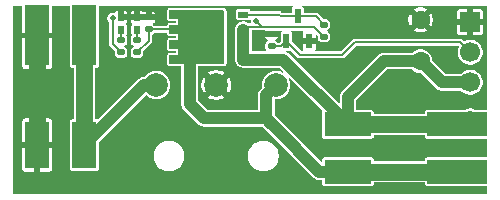
<source format=gbr>
%TF.GenerationSoftware,KiCad,Pcbnew,9.0.2*%
%TF.CreationDate,2025-06-27T10:01:34+02:00*%
%TF.ProjectId,drone_controller,64726f6e-655f-4636-9f6e-74726f6c6c65,rev?*%
%TF.SameCoordinates,Original*%
%TF.FileFunction,Copper,L1,Top*%
%TF.FilePolarity,Positive*%
%FSLAX46Y46*%
G04 Gerber Fmt 4.6, Leading zero omitted, Abs format (unit mm)*
G04 Created by KiCad (PCBNEW 9.0.2) date 2025-06-27 10:01:34*
%MOMM*%
%LPD*%
G01*
G04 APERTURE LIST*
G04 Aperture macros list*
%AMRoundRect*
0 Rectangle with rounded corners*
0 $1 Rounding radius*
0 $2 $3 $4 $5 $6 $7 $8 $9 X,Y pos of 4 corners*
0 Add a 4 corners polygon primitive as box body*
4,1,4,$2,$3,$4,$5,$6,$7,$8,$9,$2,$3,0*
0 Add four circle primitives for the rounded corners*
1,1,$1+$1,$2,$3*
1,1,$1+$1,$4,$5*
1,1,$1+$1,$6,$7*
1,1,$1+$1,$8,$9*
0 Add four rect primitives between the rounded corners*
20,1,$1+$1,$2,$3,$4,$5,0*
20,1,$1+$1,$4,$5,$6,$7,0*
20,1,$1+$1,$6,$7,$8,$9,0*
20,1,$1+$1,$8,$9,$2,$3,0*%
%AMFreePoly0*
4,1,37,-1.574645,2.715355,-1.560000,2.680000,-1.560000,1.930000,-0.990000,1.930000,-0.990000,2.680000,-0.975355,2.715355,-0.940000,2.730000,-0.340000,2.730000,-0.304645,2.715355,-0.290000,2.680000,-0.290000,1.930000,0.280000,1.930000,0.280000,2.680000,0.294645,2.715355,0.330000,2.730000,0.930000,2.730000,0.965355,2.715355,0.980000,2.680000,0.980000,1.930000,1.550000,1.930000,
1.550000,2.680000,1.564645,2.715355,1.600000,2.730000,2.200000,2.730000,2.235355,2.715355,2.250000,2.680000,2.250000,-1.870000,2.235355,-1.905355,2.200000,-1.920000,-2.210000,-1.920000,-2.245355,-1.905355,-2.260000,-1.870000,-2.260000,2.680000,-2.245355,2.715355,-2.210000,2.730000,-1.610000,2.730000,-1.574645,2.715355,-1.574645,2.715355,$1*%
G04 Aperture macros list end*
%TA.AperFunction,SMDPad,CuDef*%
%ADD10RoundRect,0.135000X0.185000X-0.135000X0.185000X0.135000X-0.185000X0.135000X-0.185000X-0.135000X0*%
%TD*%
%TA.AperFunction,SMDPad,CuDef*%
%ADD11R,0.540000X0.640000*%
%TD*%
%TA.AperFunction,ComponentPad*%
%ADD12C,2.000000*%
%TD*%
%TA.AperFunction,ComponentPad*%
%ADD13R,1.700000X1.700000*%
%TD*%
%TA.AperFunction,ComponentPad*%
%ADD14C,1.700000*%
%TD*%
%TA.AperFunction,ComponentPad*%
%ADD15C,1.600000*%
%TD*%
%TA.AperFunction,SMDPad,CuDef*%
%ADD16R,0.900000X0.500000*%
%TD*%
%TA.AperFunction,SMDPad,CuDef*%
%ADD17FreePoly0,90.000000*%
%TD*%
%TA.AperFunction,SMDPad,CuDef*%
%ADD18R,0.600000X1.250000*%
%TD*%
%TA.AperFunction,SMDPad,CuDef*%
%ADD19RoundRect,0.135000X-0.185000X0.135000X-0.185000X-0.135000X0.185000X-0.135000X0.185000X0.135000X0*%
%TD*%
%TA.AperFunction,SMDPad,CuDef*%
%ADD20R,2.000000X5.150000*%
%TD*%
%TA.AperFunction,SMDPad,CuDef*%
%ADD21R,2.000000X4.000000*%
%TD*%
%TA.AperFunction,SMDPad,CuDef*%
%ADD22R,5.100000X2.000000*%
%TD*%
%TA.AperFunction,SMDPad,CuDef*%
%ADD23R,4.000000X2.000000*%
%TD*%
%TA.AperFunction,ViaPad*%
%ADD24C,0.500000*%
%TD*%
%TA.AperFunction,Conductor*%
%ADD25C,1.400000*%
%TD*%
%TA.AperFunction,Conductor*%
%ADD26C,0.200000*%
%TD*%
%TA.AperFunction,Conductor*%
%ADD27C,1.000000*%
%TD*%
G04 APERTURE END LIST*
D10*
%TO.P,R3,1*%
%TO.N,/FET_OUT*%
X140800000Y-103460000D03*
%TO.P,R3,2*%
%TO.N,GND*%
X140800000Y-102440000D03*
%TD*%
%TO.P,R4,1*%
%TO.N,/FET_OUT*%
X139790000Y-105410000D03*
%TO.P,R4,2*%
%TO.N,Net-(D1-A)*%
X139790000Y-104390000D03*
%TD*%
D11*
%TO.P,D1,1,K*%
%TO.N,GND*%
X139790000Y-102410000D03*
%TO.P,D1,2,A*%
%TO.N,Net-(D1-A)*%
X139790000Y-103490000D03*
%TD*%
D12*
%TO.P,SW1,1,B*%
%TO.N,/DET_OUT+*%
X141420000Y-108175000D03*
%TO.P,SW1,2,A*%
%TO.N,/FET_OUT*%
X151580000Y-108175000D03*
%TO.P,SW1,3,C*%
%TO.N,GND*%
X146500000Y-108175000D03*
%TD*%
D13*
%TO.P,J1,1,Pin_1*%
%TO.N,GND*%
X168000000Y-102860000D03*
D14*
%TO.P,J1,2,Pin_2*%
%TO.N,/TRIGGER*%
X168000000Y-105400000D03*
%TO.P,J1,3,Pin_3*%
%TO.N,/5V_IN*%
X168000000Y-107940000D03*
%TD*%
D11*
%TO.P,D2,1,K*%
%TO.N,GND*%
X138450000Y-102410000D03*
%TO.P,D2,2,A*%
%TO.N,Net-(D2-A)*%
X138450000Y-103490000D03*
%TD*%
D10*
%TO.P,R5,1*%
%TO.N,/5V_IN*%
X138450000Y-105410000D03*
%TO.P,R5,2*%
%TO.N,Net-(D2-A)*%
X138450000Y-104390000D03*
%TD*%
D15*
%TO.P,C1,1*%
%TO.N,/5V_IN*%
X163800000Y-106150000D03*
%TO.P,C1,2*%
%TO.N,GND*%
X163800000Y-102650000D03*
%TD*%
D16*
%TO.P,Q1,1,S*%
%TO.N,/5V_IN*%
X148800000Y-106010000D03*
%TO.P,Q1,2,S*%
X148800000Y-104740000D03*
%TO.P,Q1,3,S*%
X148800000Y-103470000D03*
%TO.P,Q1,4,G*%
%TO.N,/TRIGGER_2*%
X148800000Y-102200000D03*
D17*
%TO.P,Q1,5,D*%
%TO.N,/FET_OUT*%
X145250000Y-104110000D03*
%TD*%
D18*
%TO.P,Q2,1,G*%
%TO.N,/TRIGGER*%
X152445000Y-104450000D03*
%TO.P,Q2,2,S*%
%TO.N,GND*%
X154355000Y-104450000D03*
%TO.P,Q2,3,D*%
%TO.N,/TRIGGER_2*%
X153400000Y-102350000D03*
%TD*%
D19*
%TO.P,R1,1*%
%TO.N,/TRIGGER_2*%
X155605404Y-103048760D03*
%TO.P,R1,2*%
%TO.N,/5V_IN*%
X155605404Y-104068760D03*
%TD*%
D20*
%TO.P,U1,1,1*%
%TO.N,/DET_OUT+*%
X135340000Y-103975000D03*
D21*
X135340000Y-113250000D03*
D20*
%TO.P,U1,2,2*%
%TO.N,GND*%
X131340000Y-103975000D03*
D21*
X131340000Y-113250000D03*
%TD*%
D22*
%TO.P,U2,1,1*%
%TO.N,/FET_OUT*%
X166900000Y-115500000D03*
D23*
X157650000Y-115500000D03*
D22*
%TO.P,U2,2,2*%
%TO.N,/5V_IN*%
X166900000Y-111500000D03*
D23*
X157650000Y-111500000D03*
%TD*%
D10*
%TO.P,R2,1*%
%TO.N,/TRIGGER*%
X151190000Y-104880000D03*
%TO.P,R2,2*%
%TO.N,GND*%
X151190000Y-103860000D03*
%TD*%
D24*
%TO.N,GND*%
X162500000Y-108000000D03*
X155000000Y-113000000D03*
X131800000Y-103200000D03*
X138000000Y-115000000D03*
X162500000Y-109000000D03*
X160000000Y-109500000D03*
X162000000Y-109500000D03*
X159500000Y-105500000D03*
X139000000Y-113500000D03*
X149000000Y-110000000D03*
X159000000Y-102500000D03*
X161400000Y-103000000D03*
X156500000Y-106500000D03*
X157500000Y-103000000D03*
X139000000Y-115500000D03*
X154000000Y-111000000D03*
X161500000Y-108000000D03*
X160500000Y-108000000D03*
X141000000Y-110000000D03*
X133500000Y-114500000D03*
X161000000Y-108500000D03*
X130000000Y-116500000D03*
X160000000Y-103500000D03*
X158000000Y-102500000D03*
X159000000Y-109500000D03*
X139000000Y-116500000D03*
X158000000Y-107000000D03*
X156000000Y-108000000D03*
X141500000Y-104500000D03*
X153000000Y-110000000D03*
X160500000Y-109000000D03*
X161900000Y-103500000D03*
X160000000Y-102500000D03*
X137000000Y-116500000D03*
X139000000Y-111500000D03*
X133500000Y-113500000D03*
X155500000Y-106500000D03*
X138000000Y-113000000D03*
X143000000Y-107500000D03*
X157500000Y-106500000D03*
X141500000Y-105500000D03*
X131800000Y-105600000D03*
X131000000Y-104800000D03*
X154500000Y-106500000D03*
X163000000Y-107500000D03*
X153500000Y-109500000D03*
X154500000Y-110500000D03*
X158500000Y-105500000D03*
X131000000Y-116500000D03*
X157000000Y-108000000D03*
X158500000Y-106500000D03*
X155000000Y-107000000D03*
X157000000Y-104500000D03*
X158500000Y-103000000D03*
X158000000Y-113500000D03*
X149500000Y-107500000D03*
X159000000Y-103500000D03*
X164000000Y-108500000D03*
X157500000Y-107500000D03*
X131000000Y-103200000D03*
X136000000Y-116500000D03*
X154000000Y-116000000D03*
X149500000Y-108500000D03*
X158000000Y-106000000D03*
X161000000Y-102500000D03*
X155000000Y-111000000D03*
X161500000Y-109000000D03*
X139000000Y-114500000D03*
X160500000Y-103000000D03*
X163000000Y-108500000D03*
X157500000Y-104000000D03*
X162000000Y-107500000D03*
X148500000Y-109000000D03*
X150000000Y-104500000D03*
X143000000Y-109000000D03*
X162000000Y-108500000D03*
X146000000Y-110000000D03*
X160000000Y-108500000D03*
X155500000Y-107500000D03*
X157000000Y-107000000D03*
X138000000Y-116500000D03*
X141500000Y-106500000D03*
X158000000Y-103500000D03*
X161000000Y-109500000D03*
X159000000Y-106000000D03*
X159500000Y-109000000D03*
X161000000Y-103500000D03*
X131800000Y-104800000D03*
X163500000Y-108000000D03*
X157000000Y-103500000D03*
X154000000Y-110000000D03*
X148500000Y-108000000D03*
X156500000Y-108500000D03*
X157000000Y-113500000D03*
X154000000Y-112000000D03*
X138000000Y-114000000D03*
X159500000Y-103000000D03*
X154500000Y-112500000D03*
X156500000Y-107500000D03*
X143000000Y-110000000D03*
X142000000Y-110000000D03*
X147000000Y-110000000D03*
X131000000Y-104000000D03*
X155000000Y-112000000D03*
X156000000Y-107000000D03*
X157000000Y-102500000D03*
X139000000Y-112500000D03*
X148000000Y-110000000D03*
X131800000Y-104000000D03*
X131000000Y-105600000D03*
X154500000Y-111500000D03*
X161900000Y-102500000D03*
%TO.N,/5V_IN*%
X137729998Y-102500000D03*
X164958448Y-111100063D03*
X149880000Y-102750000D03*
X167358448Y-111900063D03*
X164958448Y-111900063D03*
X166558448Y-111100063D03*
X165758448Y-111100063D03*
X166558448Y-111900063D03*
X167358448Y-111100063D03*
X165758448Y-111900063D03*
%TO.N,/FET_OUT*%
X166588178Y-115069028D03*
X165788178Y-115869028D03*
X164988178Y-115869028D03*
X167388178Y-115869028D03*
X167388178Y-115069028D03*
X165788178Y-115069028D03*
X166588178Y-115869028D03*
X164988178Y-115069028D03*
%TO.N,/DET_OUT+*%
X135800000Y-103200000D03*
X135000000Y-104000000D03*
X135800000Y-104000000D03*
X135000000Y-105600000D03*
X135000000Y-103200000D03*
X135800000Y-105600000D03*
X135000000Y-104800000D03*
X135800000Y-104800000D03*
%TD*%
D25*
%TO.N,GND*%
X131340000Y-103550000D02*
X131340000Y-113250000D01*
D26*
%TO.N,/TRIGGER*%
X157180000Y-105620000D02*
X153615000Y-105620000D01*
X168000000Y-105400000D02*
X167150000Y-104550000D01*
X152015000Y-104880000D02*
X152445000Y-104450000D01*
X153615000Y-105620000D02*
X152445000Y-104450000D01*
X158250000Y-104550000D02*
X157180000Y-105620000D01*
X167150000Y-104550000D02*
X158250000Y-104550000D01*
X151190000Y-104880000D02*
X152015000Y-104880000D01*
%TO.N,/5V_IN*%
X138450000Y-105410000D02*
X137729998Y-104689998D01*
X149051000Y-103219000D02*
X148800000Y-103470000D01*
D27*
X157650000Y-111500000D02*
X152160000Y-106010000D01*
X148800000Y-103470000D02*
X148800000Y-106010000D01*
D26*
X149880000Y-102750000D02*
X150349000Y-103219000D01*
D27*
X157650000Y-109170000D02*
X157650000Y-111500000D01*
D25*
X167350000Y-111500000D02*
X157650000Y-111500000D01*
D27*
X157650000Y-109170000D02*
X160670000Y-106150000D01*
X152160000Y-106010000D02*
X148800000Y-106010000D01*
D26*
X150349000Y-103219000D02*
X150540000Y-103219000D01*
X150540000Y-103219000D02*
X149051000Y-103219000D01*
X151596340Y-103276000D02*
X151539340Y-103219000D01*
X154812644Y-103276000D02*
X151596340Y-103276000D01*
X155605404Y-104068760D02*
X154812644Y-103276000D01*
D27*
X165640000Y-107940000D02*
X168000000Y-107940000D01*
X163800000Y-106150000D02*
X163850000Y-106150000D01*
D26*
X137729998Y-104689998D02*
X137729998Y-102500000D01*
X151539340Y-103219000D02*
X150540000Y-103219000D01*
D27*
X163850000Y-106150000D02*
X165640000Y-107940000D01*
X160670000Y-106150000D02*
X163800000Y-106150000D01*
X168000000Y-110850000D02*
X167350000Y-111500000D01*
%TO.N,/FET_OUT*%
X150739213Y-111000000D02*
X150739213Y-109015787D01*
X155239213Y-115500000D02*
X157650000Y-115500000D01*
D26*
X140800000Y-103460000D02*
X144600000Y-103460000D01*
D25*
X167350000Y-115500000D02*
X157650000Y-115500000D01*
D27*
X145500000Y-111000000D02*
X144250000Y-109750000D01*
D26*
X144600000Y-103460000D02*
X145250000Y-104110000D01*
X139790000Y-105410000D02*
X140800000Y-104400000D01*
D27*
X151580000Y-111840787D02*
X150739213Y-111000000D01*
X150739213Y-109015787D02*
X151580000Y-108175000D01*
X150739213Y-111000000D02*
X145500000Y-111000000D01*
X144250000Y-105110000D02*
X145250000Y-104110000D01*
X151000000Y-111260787D02*
X151580000Y-111840787D01*
X144250000Y-109750000D02*
X144250000Y-105110000D01*
X151580000Y-111840787D02*
X155239213Y-115500000D01*
D26*
X140800000Y-104400000D02*
X140800000Y-103460000D01*
%TO.N,/TRIGGER_2*%
X153400000Y-102350000D02*
X154906644Y-102350000D01*
X153400000Y-102350000D02*
X151990000Y-102350000D01*
X154906644Y-102350000D02*
X155605404Y-103048760D01*
X151990000Y-102350000D02*
X151840000Y-102200000D01*
X151840000Y-102200000D02*
X148800000Y-102200000D01*
D27*
%TO.N,/DET_OUT+*%
X140415000Y-108175000D02*
X135340000Y-113250000D01*
D25*
X135340000Y-103550000D02*
X135340000Y-113250000D01*
D27*
X141420000Y-108175000D02*
X140415000Y-108175000D01*
D26*
%TO.N,Net-(D1-A)*%
X139790000Y-104390000D02*
X139790000Y-103490000D01*
%TO.N,Net-(D2-A)*%
X138450000Y-103490000D02*
X138450000Y-104390000D01*
%TD*%
%TA.AperFunction,Conductor*%
%TO.N,GND*%
G36*
X130075648Y-101464852D02*
G01*
X130090000Y-101499500D01*
X130090000Y-103725000D01*
X132590000Y-103725000D01*
X132590000Y-101499500D01*
X132604352Y-101464852D01*
X132639000Y-101450500D01*
X134090500Y-101450500D01*
X134125148Y-101464852D01*
X134139500Y-101499500D01*
X134139500Y-106569748D01*
X134151133Y-106628231D01*
X134168882Y-106654795D01*
X134195447Y-106694552D01*
X134219314Y-106710499D01*
X134261769Y-106738867D01*
X134320252Y-106750500D01*
X134390500Y-106750500D01*
X134425148Y-106764852D01*
X134439500Y-106799500D01*
X134439500Y-111000500D01*
X134425148Y-111035148D01*
X134390500Y-111049500D01*
X134320252Y-111049500D01*
X134261769Y-111061133D01*
X134195447Y-111105447D01*
X134164037Y-111152457D01*
X134151133Y-111171769D01*
X134139500Y-111230252D01*
X134139500Y-115269748D01*
X134151133Y-115328231D01*
X134168882Y-115354795D01*
X134195447Y-115394552D01*
X134222012Y-115412301D01*
X134261769Y-115438867D01*
X134320252Y-115450500D01*
X134320255Y-115450500D01*
X136359745Y-115450500D01*
X136359748Y-115450500D01*
X136418231Y-115438867D01*
X136484552Y-115394552D01*
X136528867Y-115328231D01*
X136540500Y-115269748D01*
X136540500Y-114072648D01*
X141199500Y-114072648D01*
X141199500Y-114088734D01*
X141199500Y-114277352D01*
X141206923Y-114324220D01*
X141231522Y-114479531D01*
X141231523Y-114479534D01*
X141294779Y-114674217D01*
X141387714Y-114856612D01*
X141387716Y-114856615D01*
X141508035Y-115022220D01*
X141508039Y-115022225D01*
X141652775Y-115166961D01*
X141652779Y-115166964D01*
X141652781Y-115166966D01*
X141752733Y-115239585D01*
X141800967Y-115274629D01*
X141818390Y-115287287D01*
X142000781Y-115380220D01*
X142195466Y-115443477D01*
X142397648Y-115475500D01*
X142397649Y-115475500D01*
X142602351Y-115475500D01*
X142602352Y-115475500D01*
X142804534Y-115443477D01*
X142999219Y-115380220D01*
X143181610Y-115287287D01*
X143347219Y-115166966D01*
X143347222Y-115166962D01*
X143347225Y-115166961D01*
X143491961Y-115022225D01*
X143491962Y-115022222D01*
X143491966Y-115022219D01*
X143612287Y-114856610D01*
X143705220Y-114674219D01*
X143768477Y-114479534D01*
X143800500Y-114277352D01*
X143800500Y-114072648D01*
X149199500Y-114072648D01*
X149199500Y-114088734D01*
X149199500Y-114277352D01*
X149206923Y-114324220D01*
X149231522Y-114479531D01*
X149231523Y-114479534D01*
X149294779Y-114674217D01*
X149387714Y-114856612D01*
X149387716Y-114856615D01*
X149508035Y-115022220D01*
X149508039Y-115022225D01*
X149652775Y-115166961D01*
X149652779Y-115166964D01*
X149652781Y-115166966D01*
X149752733Y-115239585D01*
X149800967Y-115274629D01*
X149818390Y-115287287D01*
X150000781Y-115380220D01*
X150195466Y-115443477D01*
X150397648Y-115475500D01*
X150397649Y-115475500D01*
X150602351Y-115475500D01*
X150602352Y-115475500D01*
X150804534Y-115443477D01*
X150999219Y-115380220D01*
X151181610Y-115287287D01*
X151347219Y-115166966D01*
X151347222Y-115166962D01*
X151347225Y-115166961D01*
X151491961Y-115022225D01*
X151491962Y-115022222D01*
X151491966Y-115022219D01*
X151612287Y-114856610D01*
X151705220Y-114674219D01*
X151768477Y-114479534D01*
X151800500Y-114277352D01*
X151800500Y-114072648D01*
X151768477Y-113870466D01*
X151705220Y-113675781D01*
X151612287Y-113493390D01*
X151491966Y-113327781D01*
X151491964Y-113327779D01*
X151491961Y-113327775D01*
X151347225Y-113183039D01*
X151347220Y-113183035D01*
X151181615Y-113062716D01*
X151181612Y-113062714D01*
X150999217Y-112969779D01*
X150804534Y-112906523D01*
X150804531Y-112906522D01*
X150649220Y-112881923D01*
X150602352Y-112874500D01*
X150397648Y-112874500D01*
X150359599Y-112880526D01*
X150195468Y-112906522D01*
X150195465Y-112906523D01*
X150000782Y-112969779D01*
X149818387Y-113062714D01*
X149818384Y-113062716D01*
X149652779Y-113183035D01*
X149508035Y-113327779D01*
X149387716Y-113493384D01*
X149387714Y-113493387D01*
X149294779Y-113675782D01*
X149231523Y-113870465D01*
X149231522Y-113870468D01*
X149223942Y-113918327D01*
X149199500Y-114072648D01*
X143800500Y-114072648D01*
X143768477Y-113870466D01*
X143705220Y-113675781D01*
X143612287Y-113493390D01*
X143491966Y-113327781D01*
X143491964Y-113327779D01*
X143491961Y-113327775D01*
X143347225Y-113183039D01*
X143347220Y-113183035D01*
X143181615Y-113062716D01*
X143181612Y-113062714D01*
X142999217Y-112969779D01*
X142804534Y-112906523D01*
X142804531Y-112906522D01*
X142649220Y-112881923D01*
X142602352Y-112874500D01*
X142397648Y-112874500D01*
X142359599Y-112880526D01*
X142195468Y-112906522D01*
X142195465Y-112906523D01*
X142000782Y-112969779D01*
X141818387Y-113062714D01*
X141818384Y-113062716D01*
X141652779Y-113183035D01*
X141508035Y-113327779D01*
X141387716Y-113493384D01*
X141387714Y-113493387D01*
X141294779Y-113675782D01*
X141231523Y-113870465D01*
X141231522Y-113870468D01*
X141223942Y-113918327D01*
X141199500Y-114072648D01*
X136540500Y-114072648D01*
X136540500Y-113060453D01*
X136554852Y-113025805D01*
X138531157Y-111049500D01*
X140529299Y-109051357D01*
X140563946Y-109037006D01*
X140598594Y-109051358D01*
X140637920Y-109090684D01*
X140637923Y-109090686D01*
X140637927Y-109090690D01*
X140790801Y-109201760D01*
X140790803Y-109201761D01*
X140790806Y-109201763D01*
X140873890Y-109244096D01*
X140959168Y-109287547D01*
X141138882Y-109345940D01*
X141325519Y-109375500D01*
X141325520Y-109375500D01*
X141514480Y-109375500D01*
X141514481Y-109375500D01*
X141701118Y-109345940D01*
X141880832Y-109287547D01*
X142049199Y-109201760D01*
X142202073Y-109090690D01*
X142335690Y-108957073D01*
X142446760Y-108804199D01*
X142532547Y-108635832D01*
X142590940Y-108456118D01*
X142620500Y-108269481D01*
X142620500Y-108080519D01*
X142590940Y-107893882D01*
X142532547Y-107714168D01*
X142491487Y-107633582D01*
X142446763Y-107545806D01*
X142446761Y-107545803D01*
X142446760Y-107545801D01*
X142335690Y-107392927D01*
X142335686Y-107392923D01*
X142335684Y-107392920D01*
X142202079Y-107259315D01*
X142202080Y-107259315D01*
X142072063Y-107164852D01*
X142049199Y-107148240D01*
X142049197Y-107148239D01*
X142049193Y-107148236D01*
X141880833Y-107062453D01*
X141701118Y-107004060D01*
X141701115Y-107004059D01*
X141557744Y-106981352D01*
X141514481Y-106974500D01*
X141325519Y-106974500D01*
X141290397Y-106980062D01*
X141138884Y-107004059D01*
X141138881Y-107004060D01*
X140959166Y-107062453D01*
X140790806Y-107148236D01*
X140637920Y-107259315D01*
X140504315Y-107392921D01*
X140504308Y-107392928D01*
X140459717Y-107454302D01*
X140427741Y-107473897D01*
X140420076Y-107474500D01*
X140346002Y-107474500D01*
X140210679Y-107501418D01*
X140210670Y-107501420D01*
X140083192Y-107554223D01*
X139968457Y-107630885D01*
X136518587Y-111080754D01*
X136483939Y-111095106D01*
X136456716Y-111086848D01*
X136445485Y-111079344D01*
X136418231Y-111061133D01*
X136359748Y-111049500D01*
X136359745Y-111049500D01*
X136289500Y-111049500D01*
X136254852Y-111035148D01*
X136240500Y-111000500D01*
X136240500Y-106799500D01*
X136254852Y-106764852D01*
X136289500Y-106750500D01*
X136359745Y-106750500D01*
X136359748Y-106750500D01*
X136418231Y-106738867D01*
X136484552Y-106694552D01*
X136528867Y-106628231D01*
X136540500Y-106569748D01*
X136540500Y-102440688D01*
X137279498Y-102440688D01*
X137279498Y-102559311D01*
X137310198Y-102673884D01*
X137310199Y-102673887D01*
X137369509Y-102776613D01*
X137415146Y-102822250D01*
X137429498Y-102856898D01*
X137429498Y-104729560D01*
X137449977Y-104805987D01*
X137449978Y-104805988D01*
X137480762Y-104859309D01*
X137489534Y-104874503D01*
X137489536Y-104874505D01*
X137489538Y-104874509D01*
X137489541Y-104874512D01*
X137915148Y-105300119D01*
X137929500Y-105334767D01*
X137929500Y-105584312D01*
X137929499Y-105584312D01*
X137935932Y-105633173D01*
X137970088Y-105706420D01*
X137985935Y-105740404D01*
X137985936Y-105740406D01*
X138069593Y-105824063D01*
X138069595Y-105824064D01*
X138069596Y-105824065D01*
X138176827Y-105874068D01*
X138225684Y-105880500D01*
X138225687Y-105880500D01*
X138674312Y-105880500D01*
X138674316Y-105880500D01*
X138723173Y-105874068D01*
X138830404Y-105824065D01*
X138914065Y-105740404D01*
X138964068Y-105633173D01*
X138970500Y-105584316D01*
X138970500Y-105235684D01*
X138964068Y-105186827D01*
X138914065Y-105079596D01*
X138914064Y-105079595D01*
X138914063Y-105079593D01*
X138830406Y-104995936D01*
X138830404Y-104995935D01*
X138723173Y-104945932D01*
X138723171Y-104945931D01*
X138719906Y-104944409D01*
X138694569Y-104916759D01*
X138696205Y-104879292D01*
X138719906Y-104855591D01*
X138723171Y-104854068D01*
X138723173Y-104854068D01*
X138830404Y-104804065D01*
X138914065Y-104720404D01*
X138964068Y-104613173D01*
X138970500Y-104564316D01*
X138970500Y-104215684D01*
X138964068Y-104166827D01*
X138914065Y-104059596D01*
X138914064Y-104059595D01*
X138914063Y-104059593D01*
X138870744Y-104016274D01*
X138856392Y-103981626D01*
X138864648Y-103954408D01*
X138908867Y-103888231D01*
X138920500Y-103829748D01*
X138920500Y-103150252D01*
X138908867Y-103091769D01*
X138871297Y-103035542D01*
X138864551Y-103025446D01*
X138857159Y-103020507D01*
X138836324Y-102989324D01*
X138843642Y-102952542D01*
X138857161Y-102939023D01*
X138900240Y-102910239D01*
X138955496Y-102827542D01*
X138969999Y-102754629D01*
X138970000Y-102754624D01*
X138970000Y-102660000D01*
X138499000Y-102660000D01*
X138464352Y-102645648D01*
X138450000Y-102611000D01*
X138450000Y-102410000D01*
X138249000Y-102410000D01*
X138214352Y-102395648D01*
X138200000Y-102361000D01*
X138200000Y-102160000D01*
X138700000Y-102160000D01*
X138970000Y-102160000D01*
X138970000Y-102065376D01*
X138969999Y-102065370D01*
X139270000Y-102065370D01*
X139270000Y-102160000D01*
X139540000Y-102160000D01*
X140040000Y-102160000D01*
X140316000Y-102160000D01*
X140350648Y-102174352D01*
X140351564Y-102176564D01*
X140365000Y-102190000D01*
X140550000Y-102190000D01*
X141050000Y-102190000D01*
X141357324Y-102190000D01*
X141302665Y-102078194D01*
X141302663Y-102078190D01*
X141211809Y-101987336D01*
X141211803Y-101987332D01*
X141096374Y-101930903D01*
X141096376Y-101930903D01*
X141050000Y-101924145D01*
X141050000Y-102190000D01*
X140550000Y-102190000D01*
X140550000Y-101924146D01*
X140549999Y-101924146D01*
X140503626Y-101930902D01*
X140503625Y-101930902D01*
X140388194Y-101987334D01*
X140388189Y-101987337D01*
X140372791Y-102002735D01*
X140338143Y-102017086D01*
X140303495Y-102002733D01*
X140297402Y-101995309D01*
X140240240Y-101909759D01*
X140157542Y-101854503D01*
X140084629Y-101840000D01*
X140040000Y-101840000D01*
X140040000Y-102160000D01*
X139540000Y-102160000D01*
X139540000Y-101840000D01*
X139495370Y-101840000D01*
X139422457Y-101854503D01*
X139339759Y-101909759D01*
X139284503Y-101992457D01*
X139270000Y-102065370D01*
X138969999Y-102065370D01*
X138955496Y-101992457D01*
X138900240Y-101909759D01*
X138817542Y-101854503D01*
X138744629Y-101840000D01*
X138700000Y-101840000D01*
X138700000Y-102160000D01*
X138200000Y-102160000D01*
X138200000Y-101840000D01*
X138155370Y-101840000D01*
X138082457Y-101854503D01*
X137999759Y-101909759D01*
X137944504Y-101992456D01*
X137936084Y-102034783D01*
X137915248Y-102065966D01*
X137878466Y-102073281D01*
X137875344Y-102072553D01*
X137789310Y-102049500D01*
X137789307Y-102049500D01*
X137670689Y-102049500D01*
X137670686Y-102049500D01*
X137556113Y-102080200D01*
X137556110Y-102080201D01*
X137453384Y-102139511D01*
X137453384Y-102139512D01*
X137369510Y-102223386D01*
X137369509Y-102223386D01*
X137310199Y-102326112D01*
X137310198Y-102326115D01*
X137279498Y-102440688D01*
X136540500Y-102440688D01*
X136540500Y-101499500D01*
X136554852Y-101464852D01*
X136589500Y-101450500D01*
X152988397Y-101450500D01*
X153023045Y-101464852D01*
X153037397Y-101499500D01*
X153023045Y-101534148D01*
X153015620Y-101540242D01*
X152955447Y-101580447D01*
X152915423Y-101640349D01*
X152911133Y-101646769D01*
X152899500Y-101705252D01*
X152899500Y-101705255D01*
X152899500Y-102000500D01*
X152885148Y-102035148D01*
X152850500Y-102049500D01*
X152134767Y-102049500D01*
X152100119Y-102035148D01*
X152024513Y-101959542D01*
X152024507Y-101959537D01*
X151993040Y-101941370D01*
X151973782Y-101930252D01*
X151955989Y-101919979D01*
X151955988Y-101919978D01*
X151955987Y-101919978D01*
X151879564Y-101899500D01*
X151879562Y-101899500D01*
X149483094Y-101899500D01*
X149448446Y-101885148D01*
X149441990Y-101875486D01*
X149441548Y-101875782D01*
X149394552Y-101805447D01*
X149348240Y-101774503D01*
X149328231Y-101761133D01*
X149269748Y-101749500D01*
X148330252Y-101749500D01*
X148277465Y-101760000D01*
X148271769Y-101761133D01*
X148205447Y-101805447D01*
X148172670Y-101854503D01*
X148161133Y-101871769D01*
X148149500Y-101930252D01*
X148149500Y-102469748D01*
X148161133Y-102528231D01*
X148173398Y-102546587D01*
X148205447Y-102594552D01*
X148228567Y-102610000D01*
X148271769Y-102638867D01*
X148330252Y-102650500D01*
X148330255Y-102650500D01*
X149269745Y-102650500D01*
X149269748Y-102650500D01*
X149328231Y-102638867D01*
X149360250Y-102617471D01*
X149397031Y-102610154D01*
X149428214Y-102630989D01*
X149435532Y-102667771D01*
X149434804Y-102670894D01*
X149429500Y-102690690D01*
X149429500Y-102809310D01*
X149442230Y-102856817D01*
X149437336Y-102893999D01*
X149407583Y-102916830D01*
X149394900Y-102918500D01*
X149250352Y-102918500D01*
X149223129Y-102910242D01*
X149214009Y-102904148D01*
X149131811Y-102849225D01*
X149131808Y-102849223D01*
X149131807Y-102849223D01*
X149004329Y-102796420D01*
X149004318Y-102796417D01*
X148868998Y-102769500D01*
X148868993Y-102769500D01*
X148731007Y-102769500D01*
X148731001Y-102769500D01*
X148595681Y-102796417D01*
X148595670Y-102796420D01*
X148468192Y-102849223D01*
X148353460Y-102925883D01*
X148255887Y-103023456D01*
X148255882Y-103023462D01*
X148239221Y-103048395D01*
X148225706Y-103061910D01*
X148205450Y-103075445D01*
X148205445Y-103075450D01*
X148161133Y-103141769D01*
X148149499Y-103200256D01*
X148149264Y-103202649D01*
X148149018Y-103202624D01*
X148145770Y-103218956D01*
X148126420Y-103265670D01*
X148126417Y-103265681D01*
X148099500Y-103401001D01*
X148099500Y-106078998D01*
X148126417Y-106214316D01*
X148126421Y-106214331D01*
X148145770Y-106261042D01*
X148149018Y-106277375D01*
X148149264Y-106277351D01*
X148149499Y-106279743D01*
X148149500Y-106279748D01*
X148161133Y-106338231D01*
X148178882Y-106364795D01*
X148205447Y-106404552D01*
X148225706Y-106418088D01*
X148239225Y-106431607D01*
X148255885Y-106456541D01*
X148353460Y-106554116D01*
X148392947Y-106580500D01*
X148468189Y-106630775D01*
X148595672Y-106683580D01*
X148595678Y-106683581D01*
X148595681Y-106683582D01*
X148731001Y-106710499D01*
X148731007Y-106710500D01*
X151849547Y-106710500D01*
X151884195Y-106724852D01*
X152191029Y-107031686D01*
X152205381Y-107066334D01*
X152191029Y-107100982D01*
X152156381Y-107115334D01*
X152134136Y-107109993D01*
X152040833Y-107062453D01*
X151861118Y-107004060D01*
X151861115Y-107004059D01*
X151717744Y-106981352D01*
X151674481Y-106974500D01*
X151485519Y-106974500D01*
X151450397Y-106980062D01*
X151298884Y-107004059D01*
X151298881Y-107004060D01*
X151119166Y-107062453D01*
X150950806Y-107148236D01*
X150797920Y-107259315D01*
X150664315Y-107392920D01*
X150553236Y-107545806D01*
X150467453Y-107714166D01*
X150409060Y-107893881D01*
X150409059Y-107893884D01*
X150379500Y-108080519D01*
X150379500Y-108269480D01*
X150391367Y-108344411D01*
X150382612Y-108380878D01*
X150377618Y-108386724D01*
X150195098Y-108569244D01*
X150133350Y-108661658D01*
X150118437Y-108683975D01*
X150065633Y-108811457D01*
X150065630Y-108811468D01*
X150038713Y-108946788D01*
X150038713Y-110250500D01*
X150024361Y-110285148D01*
X149989713Y-110299500D01*
X145810453Y-110299500D01*
X145775805Y-110285148D01*
X144964852Y-109474195D01*
X144950500Y-109439547D01*
X144950500Y-108076623D01*
X145250000Y-108076623D01*
X145250000Y-108273376D01*
X145280778Y-108467706D01*
X145280779Y-108467709D01*
X145341580Y-108654834D01*
X145430902Y-108830140D01*
X145430907Y-108830149D01*
X145456319Y-108865125D01*
X145456320Y-108865125D01*
X146017037Y-108304408D01*
X146034075Y-108367993D01*
X146099901Y-108482007D01*
X146192993Y-108575099D01*
X146307007Y-108640925D01*
X146370590Y-108657962D01*
X145809873Y-109218678D01*
X145844857Y-109244096D01*
X145844859Y-109244097D01*
X146020165Y-109333419D01*
X146207290Y-109394220D01*
X146207293Y-109394221D01*
X146401624Y-109425000D01*
X146598376Y-109425000D01*
X146792706Y-109394221D01*
X146792709Y-109394220D01*
X146979834Y-109333419D01*
X147155140Y-109244097D01*
X147190126Y-109218679D01*
X146629409Y-108657962D01*
X146692993Y-108640925D01*
X146807007Y-108575099D01*
X146900099Y-108482007D01*
X146965925Y-108367993D01*
X146982962Y-108304409D01*
X147543679Y-108865126D01*
X147569097Y-108830140D01*
X147658419Y-108654834D01*
X147719220Y-108467709D01*
X147719221Y-108467706D01*
X147750000Y-108273376D01*
X147750000Y-108076623D01*
X147719221Y-107882293D01*
X147719220Y-107882290D01*
X147658419Y-107695165D01*
X147569097Y-107519859D01*
X147569096Y-107519857D01*
X147543678Y-107484873D01*
X146982962Y-108045589D01*
X146965925Y-107982007D01*
X146900099Y-107867993D01*
X146807007Y-107774901D01*
X146692993Y-107709075D01*
X146629407Y-107692037D01*
X147190125Y-107131320D01*
X147190125Y-107131319D01*
X147155149Y-107105907D01*
X147155140Y-107105902D01*
X146979834Y-107016580D01*
X146792709Y-106955779D01*
X146792706Y-106955778D01*
X146598376Y-106925000D01*
X146401624Y-106925000D01*
X146207293Y-106955778D01*
X146207290Y-106955779D01*
X146020171Y-107016578D01*
X145844859Y-107105902D01*
X145844856Y-107105903D01*
X145809873Y-107131320D01*
X146370590Y-107692037D01*
X146307007Y-107709075D01*
X146192993Y-107774901D01*
X146099901Y-107867993D01*
X146034075Y-107982007D01*
X146017037Y-108045590D01*
X145456320Y-107484873D01*
X145430903Y-107519856D01*
X145430902Y-107519859D01*
X145341578Y-107695171D01*
X145280779Y-107882290D01*
X145280778Y-107882293D01*
X145250000Y-108076623D01*
X144950500Y-108076623D01*
X144950500Y-106629500D01*
X144964852Y-106594852D01*
X144999500Y-106580500D01*
X147119997Y-106580500D01*
X147120000Y-106580500D01*
X147198641Y-106564858D01*
X147237532Y-106548749D01*
X147295826Y-106512120D01*
X147307387Y-106495827D01*
X147313467Y-106487257D01*
X147348749Y-106437532D01*
X147364858Y-106398641D01*
X147380500Y-106320000D01*
X147380500Y-101910000D01*
X147364858Y-101831359D01*
X147348749Y-101792468D01*
X147328348Y-101760000D01*
X147312120Y-101734173D01*
X147312119Y-101734172D01*
X147237534Y-101681252D01*
X147237532Y-101681250D01*
X147198642Y-101665142D01*
X147178980Y-101661231D01*
X147120000Y-101649500D01*
X142570000Y-101649500D01*
X142511019Y-101661231D01*
X142491358Y-101665142D01*
X142491357Y-101665142D01*
X142452468Y-101681250D01*
X142394173Y-101717879D01*
X142394172Y-101717880D01*
X142341252Y-101792465D01*
X142341250Y-101792467D01*
X142325142Y-101831357D01*
X142325142Y-101831358D01*
X142325142Y-101831359D01*
X142309500Y-101910000D01*
X142309500Y-102510000D01*
X142324357Y-102584692D01*
X142325142Y-102588641D01*
X142325142Y-102588642D01*
X142341250Y-102627531D01*
X142377879Y-102685826D01*
X142377880Y-102685827D01*
X142452465Y-102738747D01*
X142452467Y-102738749D01*
X142479965Y-102750138D01*
X142491359Y-102754858D01*
X142570000Y-102770500D01*
X143060500Y-102770500D01*
X143095148Y-102784852D01*
X143109500Y-102819500D01*
X143109500Y-102870500D01*
X143095148Y-102905148D01*
X143060500Y-102919500D01*
X142570000Y-102919500D01*
X142511019Y-102931231D01*
X142491358Y-102935142D01*
X142491357Y-102935142D01*
X142452468Y-102951250D01*
X142394173Y-102987879D01*
X142394172Y-102987880D01*
X142341252Y-103062465D01*
X142341250Y-103062467D01*
X142325142Y-103101357D01*
X142325142Y-103101358D01*
X142321423Y-103120059D01*
X142300587Y-103151242D01*
X142273364Y-103159500D01*
X141309226Y-103159500D01*
X141274578Y-103145148D01*
X141264818Y-103131210D01*
X141264066Y-103129597D01*
X141264064Y-103129595D01*
X141180406Y-103045936D01*
X141166906Y-103039641D01*
X141129008Y-103021968D01*
X141103673Y-102994319D01*
X141105309Y-102956851D01*
X141128198Y-102933539D01*
X141211803Y-102892667D01*
X141211809Y-102892663D01*
X141302663Y-102801809D01*
X141302665Y-102801805D01*
X141357324Y-102690000D01*
X140224000Y-102690000D01*
X140189352Y-102675648D01*
X140188435Y-102673435D01*
X140175000Y-102660000D01*
X139270000Y-102660000D01*
X139270000Y-102754629D01*
X139284503Y-102827542D01*
X139339760Y-102910241D01*
X139382838Y-102939024D01*
X139403674Y-102970206D01*
X139396358Y-103006988D01*
X139382842Y-103020506D01*
X139375448Y-103025447D01*
X139342037Y-103075450D01*
X139331133Y-103091769D01*
X139319500Y-103150252D01*
X139319500Y-103829748D01*
X139328315Y-103874063D01*
X139331133Y-103888231D01*
X139375348Y-103954404D01*
X139382664Y-103991187D01*
X139369255Y-104016275D01*
X139325934Y-104059596D01*
X139275933Y-104166824D01*
X139275932Y-104166825D01*
X139269500Y-104215687D01*
X139269500Y-104564312D01*
X139269499Y-104564312D01*
X139275932Y-104613174D01*
X139275933Y-104613175D01*
X139325935Y-104720404D01*
X139325936Y-104720406D01*
X139409593Y-104804063D01*
X139409595Y-104804064D01*
X139409596Y-104804065D01*
X139514562Y-104853012D01*
X139520093Y-104855591D01*
X139545430Y-104883241D01*
X139543794Y-104920708D01*
X139520093Y-104944409D01*
X139409595Y-104995935D01*
X139409593Y-104995936D01*
X139325936Y-105079593D01*
X139325935Y-105079595D01*
X139275933Y-105186824D01*
X139275932Y-105186825D01*
X139273359Y-105206369D01*
X139270319Y-105229467D01*
X139269500Y-105235687D01*
X139269500Y-105584312D01*
X139269499Y-105584312D01*
X139275932Y-105633173D01*
X139310088Y-105706420D01*
X139325935Y-105740404D01*
X139325936Y-105740406D01*
X139409593Y-105824063D01*
X139409595Y-105824064D01*
X139409596Y-105824065D01*
X139516827Y-105874068D01*
X139565684Y-105880500D01*
X139565687Y-105880500D01*
X140014312Y-105880500D01*
X140014316Y-105880500D01*
X140063173Y-105874068D01*
X140170404Y-105824065D01*
X140254065Y-105740404D01*
X140304068Y-105633173D01*
X140310500Y-105584316D01*
X140310500Y-105334767D01*
X140324852Y-105300119D01*
X141040459Y-104584512D01*
X141040460Y-104584511D01*
X141080022Y-104515988D01*
X141100499Y-104439565D01*
X141100500Y-104439565D01*
X141100500Y-103942541D01*
X141114852Y-103907893D01*
X141128792Y-103898132D01*
X141130081Y-103897531D01*
X141180404Y-103874065D01*
X141264065Y-103790404D01*
X141264818Y-103788790D01*
X141265870Y-103787825D01*
X141266525Y-103786891D01*
X141266732Y-103787036D01*
X141292469Y-103763454D01*
X141309226Y-103760500D01*
X142265408Y-103760500D01*
X142300056Y-103774852D01*
X142313465Y-103799939D01*
X142319395Y-103829748D01*
X142325142Y-103858641D01*
X142325142Y-103858642D01*
X142341250Y-103897531D01*
X142377879Y-103955826D01*
X142377880Y-103955827D01*
X142452465Y-104008747D01*
X142452467Y-104008749D01*
X142479965Y-104020138D01*
X142491359Y-104024858D01*
X142570000Y-104040500D01*
X143060500Y-104040500D01*
X143095148Y-104054852D01*
X143109500Y-104089500D01*
X143109500Y-104140500D01*
X143095148Y-104175148D01*
X143060500Y-104189500D01*
X142570000Y-104189500D01*
X142517211Y-104200000D01*
X142491358Y-104205142D01*
X142491357Y-104205142D01*
X142452468Y-104221250D01*
X142394173Y-104257879D01*
X142394172Y-104257880D01*
X142341252Y-104332465D01*
X142341250Y-104332467D01*
X142325142Y-104371357D01*
X142325142Y-104371358D01*
X142323248Y-104380881D01*
X142309500Y-104450000D01*
X142309500Y-105050000D01*
X142320077Y-105103174D01*
X142325142Y-105128641D01*
X142325142Y-105128642D01*
X142341250Y-105167531D01*
X142377879Y-105225826D01*
X142377880Y-105225827D01*
X142452465Y-105278747D01*
X142452467Y-105278749D01*
X142479965Y-105290138D01*
X142491359Y-105294858D01*
X142570000Y-105310500D01*
X143060500Y-105310500D01*
X143095148Y-105324852D01*
X143109500Y-105359500D01*
X143109500Y-105410500D01*
X143095148Y-105445148D01*
X143060500Y-105459500D01*
X142570000Y-105459500D01*
X142511019Y-105471231D01*
X142491358Y-105475142D01*
X142491357Y-105475142D01*
X142452468Y-105491250D01*
X142394173Y-105527879D01*
X142394172Y-105527880D01*
X142341252Y-105602465D01*
X142341250Y-105602467D01*
X142325142Y-105641357D01*
X142325142Y-105641358D01*
X142325142Y-105641359D01*
X142309500Y-105720000D01*
X142309500Y-106320000D01*
X142325142Y-106398641D01*
X142325142Y-106398642D01*
X142341250Y-106437531D01*
X142377879Y-106495826D01*
X142377880Y-106495827D01*
X142452465Y-106548747D01*
X142452467Y-106548749D01*
X142465420Y-106554114D01*
X142491359Y-106564858D01*
X142570000Y-106580500D01*
X143500500Y-106580500D01*
X143535148Y-106594852D01*
X143549500Y-106629500D01*
X143549500Y-109818997D01*
X143576418Y-109954320D01*
X143576420Y-109954328D01*
X143629225Y-110081811D01*
X143705886Y-110196543D01*
X145053457Y-111544114D01*
X145168189Y-111620775D01*
X145295672Y-111673580D01*
X145431006Y-111700500D01*
X145431007Y-111700500D01*
X150428760Y-111700500D01*
X150463408Y-111714852D01*
X151035886Y-112287330D01*
X154792670Y-116044114D01*
X154907402Y-116120775D01*
X155034885Y-116173580D01*
X155170219Y-116200500D01*
X155170220Y-116200500D01*
X155400500Y-116200500D01*
X155435148Y-116214852D01*
X155449500Y-116249500D01*
X155449500Y-116519748D01*
X155461133Y-116578231D01*
X155478882Y-116604795D01*
X155505447Y-116644552D01*
X155532012Y-116662301D01*
X155571769Y-116688867D01*
X155630252Y-116700500D01*
X155630255Y-116700500D01*
X159669745Y-116700500D01*
X159669748Y-116700500D01*
X159728231Y-116688867D01*
X159794552Y-116644552D01*
X159838867Y-116578231D01*
X159850500Y-116519748D01*
X159850500Y-116449500D01*
X159864852Y-116414852D01*
X159899500Y-116400500D01*
X164100500Y-116400500D01*
X164135148Y-116414852D01*
X164149500Y-116449500D01*
X164149500Y-116519748D01*
X164161133Y-116578231D01*
X164178882Y-116604795D01*
X164205447Y-116644552D01*
X164232012Y-116662301D01*
X164271769Y-116688867D01*
X164330252Y-116700500D01*
X169350500Y-116700500D01*
X169385148Y-116714852D01*
X169399500Y-116749500D01*
X169399500Y-117350500D01*
X169385148Y-117385148D01*
X169350500Y-117399500D01*
X129349500Y-117399500D01*
X129314852Y-117385148D01*
X129300500Y-117350500D01*
X129300500Y-115274629D01*
X130090000Y-115274629D01*
X130104503Y-115347542D01*
X130159759Y-115430240D01*
X130242457Y-115485496D01*
X130315370Y-115499999D01*
X130315376Y-115500000D01*
X131090000Y-115500000D01*
X131590000Y-115500000D01*
X132364624Y-115500000D01*
X132364629Y-115499999D01*
X132437542Y-115485496D01*
X132520240Y-115430240D01*
X132575496Y-115347542D01*
X132589999Y-115274629D01*
X132590000Y-115274624D01*
X132590000Y-113500000D01*
X131590000Y-113500000D01*
X131590000Y-115500000D01*
X131090000Y-115500000D01*
X131090000Y-113500000D01*
X130090000Y-113500000D01*
X130090000Y-115274629D01*
X129300500Y-115274629D01*
X129300500Y-111225370D01*
X130090000Y-111225370D01*
X130090000Y-113000000D01*
X131090000Y-113000000D01*
X131590000Y-113000000D01*
X132590000Y-113000000D01*
X132590000Y-111225376D01*
X132589999Y-111225370D01*
X132575496Y-111152457D01*
X132520240Y-111069759D01*
X132437542Y-111014503D01*
X132364629Y-111000000D01*
X131590000Y-111000000D01*
X131590000Y-113000000D01*
X131090000Y-113000000D01*
X131090000Y-111000000D01*
X130315370Y-111000000D01*
X130242457Y-111014503D01*
X130159759Y-111069759D01*
X130104503Y-111152457D01*
X130090000Y-111225370D01*
X129300500Y-111225370D01*
X129300500Y-106574629D01*
X130090000Y-106574629D01*
X130104503Y-106647542D01*
X130159759Y-106730240D01*
X130242457Y-106785496D01*
X130315370Y-106799999D01*
X130315376Y-106800000D01*
X131090000Y-106800000D01*
X131590000Y-106800000D01*
X132364624Y-106800000D01*
X132364629Y-106799999D01*
X132437542Y-106785496D01*
X132520240Y-106730240D01*
X132575496Y-106647542D01*
X132589999Y-106574629D01*
X132590000Y-106574624D01*
X132590000Y-104225000D01*
X131590000Y-104225000D01*
X131590000Y-106800000D01*
X131090000Y-106800000D01*
X131090000Y-104225000D01*
X130090000Y-104225000D01*
X130090000Y-106574629D01*
X129300500Y-106574629D01*
X129300500Y-101499500D01*
X129314852Y-101464852D01*
X129349500Y-101450500D01*
X130041000Y-101450500D01*
X130075648Y-101464852D01*
G37*
%TD.AperFunction*%
%TA.AperFunction,Conductor*%
G36*
X152723311Y-107563967D02*
G01*
X153720119Y-108560775D01*
X155480755Y-110321411D01*
X155495107Y-110356059D01*
X155486849Y-110383282D01*
X155461133Y-110421768D01*
X155461133Y-110421769D01*
X155449500Y-110480252D01*
X155449500Y-112519748D01*
X155461133Y-112578231D01*
X155478882Y-112604795D01*
X155505447Y-112644552D01*
X155532012Y-112662301D01*
X155571769Y-112688867D01*
X155630252Y-112700500D01*
X155630255Y-112700500D01*
X159669745Y-112700500D01*
X159669748Y-112700500D01*
X159728231Y-112688867D01*
X159794552Y-112644552D01*
X159838867Y-112578231D01*
X159850500Y-112519748D01*
X159850500Y-112449500D01*
X159864852Y-112414852D01*
X159899500Y-112400500D01*
X164100500Y-112400500D01*
X164135148Y-112414852D01*
X164149500Y-112449500D01*
X164149500Y-112519748D01*
X164161133Y-112578231D01*
X164178882Y-112604795D01*
X164205447Y-112644552D01*
X164232012Y-112662301D01*
X164271769Y-112688867D01*
X164330252Y-112700500D01*
X169350500Y-112700500D01*
X169385148Y-112714852D01*
X169399500Y-112749500D01*
X169399500Y-114250500D01*
X169385148Y-114285148D01*
X169350500Y-114299500D01*
X164330252Y-114299500D01*
X164271769Y-114311133D01*
X164205447Y-114355447D01*
X164161133Y-114421769D01*
X164149500Y-114480252D01*
X164149500Y-114480255D01*
X164149500Y-114550500D01*
X164135148Y-114585148D01*
X164100500Y-114599500D01*
X159899500Y-114599500D01*
X159864852Y-114585148D01*
X159850500Y-114550500D01*
X159850500Y-114480255D01*
X159850500Y-114480252D01*
X159838867Y-114421769D01*
X159800500Y-114364349D01*
X159794552Y-114355447D01*
X159754795Y-114328882D01*
X159728231Y-114311133D01*
X159669748Y-114299500D01*
X155630252Y-114299500D01*
X155571769Y-114311133D01*
X155505447Y-114355447D01*
X155461133Y-114421769D01*
X155449500Y-114480252D01*
X155449500Y-114480255D01*
X155449500Y-114601334D01*
X155435148Y-114635982D01*
X155400500Y-114650334D01*
X155365852Y-114635982D01*
X151454065Y-110724195D01*
X151439713Y-110689547D01*
X151439713Y-109424500D01*
X151454065Y-109389852D01*
X151488713Y-109375500D01*
X151674480Y-109375500D01*
X151674481Y-109375500D01*
X151861118Y-109345940D01*
X152040832Y-109287547D01*
X152209199Y-109201760D01*
X152362073Y-109090690D01*
X152495690Y-108957073D01*
X152606760Y-108804199D01*
X152692547Y-108635832D01*
X152750940Y-108456118D01*
X152780500Y-108269481D01*
X152780500Y-108080519D01*
X152750940Y-107893882D01*
X152692547Y-107714168D01*
X152651487Y-107633582D01*
X152645006Y-107620862D01*
X152642063Y-107583475D01*
X152666420Y-107554958D01*
X152703807Y-107552015D01*
X152723311Y-107563967D01*
G37*
%TD.AperFunction*%
%TA.AperFunction,Conductor*%
G36*
X169385148Y-101464852D02*
G01*
X169399500Y-101499500D01*
X169399500Y-110250500D01*
X169385148Y-110285148D01*
X169350500Y-110299500D01*
X168451850Y-110299500D01*
X168424627Y-110291242D01*
X168410360Y-110281709D01*
X168331811Y-110229225D01*
X168331809Y-110229224D01*
X168204332Y-110176421D01*
X168204330Y-110176420D01*
X168204329Y-110176420D01*
X168204326Y-110176419D01*
X168204317Y-110176417D01*
X168068999Y-110149500D01*
X168068994Y-110149500D01*
X167931006Y-110149500D01*
X167931002Y-110149500D01*
X167795679Y-110176418D01*
X167795670Y-110176420D01*
X167668192Y-110229223D01*
X167575373Y-110291242D01*
X167548150Y-110299500D01*
X164330252Y-110299500D01*
X164271769Y-110311133D01*
X164205447Y-110355447D01*
X164161134Y-110421768D01*
X164161133Y-110421769D01*
X164149500Y-110480252D01*
X164149500Y-110480255D01*
X164149500Y-110550500D01*
X164135148Y-110585148D01*
X164100500Y-110599500D01*
X159899500Y-110599500D01*
X159864852Y-110585148D01*
X159850500Y-110550500D01*
X159850500Y-110480255D01*
X159850500Y-110480252D01*
X159838867Y-110421769D01*
X159800500Y-110364349D01*
X159794552Y-110355447D01*
X159754795Y-110328882D01*
X159728231Y-110311133D01*
X159669748Y-110299500D01*
X159669745Y-110299500D01*
X158399500Y-110299500D01*
X158364852Y-110285148D01*
X158350500Y-110250500D01*
X158350500Y-109480453D01*
X158364852Y-109445805D01*
X160945805Y-106864852D01*
X160980453Y-106850500D01*
X163065283Y-106850500D01*
X163099931Y-106864852D01*
X163162218Y-106927139D01*
X163326086Y-107036632D01*
X163508165Y-107112051D01*
X163701459Y-107150500D01*
X163839547Y-107150500D01*
X163874195Y-107164852D01*
X165193457Y-108484114D01*
X165308189Y-108560775D01*
X165435671Y-108613580D01*
X165462591Y-108618934D01*
X165571007Y-108640500D01*
X167194572Y-108640500D01*
X167229220Y-108654852D01*
X167330345Y-108755977D01*
X167502402Y-108870941D01*
X167693580Y-108950130D01*
X167896535Y-108990500D01*
X167896538Y-108990500D01*
X168103462Y-108990500D01*
X168103465Y-108990500D01*
X168306420Y-108950130D01*
X168497598Y-108870941D01*
X168669655Y-108755977D01*
X168815977Y-108609655D01*
X168930941Y-108437598D01*
X169010130Y-108246420D01*
X169050500Y-108043465D01*
X169050500Y-107836535D01*
X169010130Y-107633580D01*
X168930941Y-107442402D01*
X168815977Y-107270345D01*
X168669655Y-107124023D01*
X168648657Y-107109993D01*
X168577508Y-107062453D01*
X168497598Y-107009059D01*
X168497596Y-107009058D01*
X168306423Y-106929871D01*
X168306417Y-106929869D01*
X168224572Y-106913589D01*
X168103465Y-106889500D01*
X167896535Y-106889500D01*
X167795520Y-106909592D01*
X167693582Y-106929869D01*
X167693576Y-106929871D01*
X167502403Y-107009058D01*
X167330345Y-107124022D01*
X167229220Y-107225148D01*
X167194572Y-107239500D01*
X165950453Y-107239500D01*
X165915805Y-107225148D01*
X164814852Y-106124195D01*
X164800500Y-106089547D01*
X164800500Y-106051459D01*
X164800499Y-106051455D01*
X164774450Y-105920500D01*
X164762051Y-105858165D01*
X164686632Y-105676086D01*
X164577139Y-105512218D01*
X164437782Y-105372861D01*
X164273914Y-105263368D01*
X164273911Y-105263366D01*
X164273910Y-105263366D01*
X164091836Y-105187949D01*
X164091827Y-105187947D01*
X163898544Y-105149500D01*
X163898541Y-105149500D01*
X163701459Y-105149500D01*
X163701455Y-105149500D01*
X163508172Y-105187947D01*
X163508163Y-105187949D01*
X163326089Y-105263366D01*
X163162218Y-105372860D01*
X163099931Y-105435148D01*
X163065283Y-105449500D01*
X160601002Y-105449500D01*
X160465679Y-105476418D01*
X160465670Y-105476420D01*
X160338192Y-105529223D01*
X160223457Y-105605885D01*
X157105885Y-108723457D01*
X157029223Y-108838192D01*
X156976420Y-108965670D01*
X156976420Y-108965671D01*
X156976420Y-108965672D01*
X156952728Y-109084781D01*
X156949500Y-109101005D01*
X156949500Y-109690547D01*
X156935148Y-109725195D01*
X156900500Y-109739547D01*
X156865852Y-109725195D01*
X152606542Y-105465885D01*
X152523651Y-105410500D01*
X152491811Y-105389225D01*
X152491808Y-105389223D01*
X152491807Y-105389223D01*
X152444842Y-105369770D01*
X152418323Y-105343252D01*
X152418323Y-105305749D01*
X152444841Y-105279230D01*
X152463593Y-105275500D01*
X152764747Y-105275500D01*
X152764748Y-105275500D01*
X152806438Y-105267207D01*
X152843220Y-105274523D01*
X152850646Y-105280617D01*
X153374540Y-105804511D01*
X153430489Y-105860460D01*
X153499011Y-105900021D01*
X153534478Y-105909524D01*
X153575436Y-105920500D01*
X153575438Y-105920500D01*
X157219564Y-105920500D01*
X157246230Y-105913354D01*
X157295989Y-105900021D01*
X157364511Y-105860460D01*
X157420460Y-105804511D01*
X158360119Y-104864852D01*
X158394767Y-104850500D01*
X167005233Y-104850500D01*
X167039881Y-104864852D01*
X167048359Y-104873330D01*
X167062711Y-104907978D01*
X167058981Y-104926729D01*
X166989872Y-105093572D01*
X166989869Y-105093582D01*
X166971322Y-105186827D01*
X166949500Y-105296535D01*
X166949500Y-105503465D01*
X166969873Y-105605886D01*
X166989869Y-105706417D01*
X166989871Y-105706423D01*
X167059312Y-105874067D01*
X167069059Y-105897598D01*
X167184023Y-106069655D01*
X167330345Y-106215977D01*
X167502402Y-106330941D01*
X167693580Y-106410130D01*
X167896535Y-106450500D01*
X167896538Y-106450500D01*
X168103462Y-106450500D01*
X168103465Y-106450500D01*
X168306420Y-106410130D01*
X168497598Y-106330941D01*
X168669655Y-106215977D01*
X168815977Y-106069655D01*
X168930941Y-105897598D01*
X169010130Y-105706420D01*
X169050500Y-105503465D01*
X169050500Y-105296535D01*
X169010130Y-105093580D01*
X168930941Y-104902402D01*
X168815977Y-104730345D01*
X168669655Y-104584023D01*
X168641406Y-104565148D01*
X168567830Y-104515986D01*
X168497598Y-104469059D01*
X168497596Y-104469058D01*
X168306423Y-104389871D01*
X168306417Y-104389869D01*
X168213348Y-104371357D01*
X168103465Y-104349500D01*
X167896535Y-104349500D01*
X167795520Y-104369592D01*
X167693582Y-104389869D01*
X167693572Y-104389872D01*
X167526729Y-104458981D01*
X167489226Y-104458981D01*
X167473330Y-104448359D01*
X167334511Y-104309540D01*
X167333948Y-104309215D01*
X167333948Y-104309214D01*
X167265990Y-104269979D01*
X167189564Y-104249500D01*
X167189562Y-104249500D01*
X158289562Y-104249500D01*
X158210438Y-104249500D01*
X158210435Y-104249500D01*
X158134013Y-104269977D01*
X158134010Y-104269978D01*
X158065488Y-104309540D01*
X158065488Y-104309541D01*
X157069881Y-105305148D01*
X157035233Y-105319500D01*
X154883976Y-105319500D01*
X154849328Y-105305148D01*
X154834976Y-105270500D01*
X154843234Y-105243277D01*
X154890496Y-105172542D01*
X154904999Y-105099629D01*
X154905000Y-105099624D01*
X154905000Y-104700000D01*
X153805000Y-104700000D01*
X153805000Y-105099629D01*
X153819503Y-105172542D01*
X153866766Y-105243277D01*
X153869554Y-105257294D01*
X153875024Y-105270500D01*
X153873102Y-105275137D01*
X153874082Y-105280060D01*
X153866141Y-105291944D01*
X153860672Y-105305148D01*
X153856035Y-105307068D01*
X153853247Y-105311242D01*
X153826024Y-105319500D01*
X153759767Y-105319500D01*
X153725119Y-105305148D01*
X152959852Y-104539881D01*
X152945500Y-104505233D01*
X152945500Y-103805255D01*
X152945500Y-103805252D01*
X152933867Y-103746769D01*
X152907301Y-103707012D01*
X152889552Y-103680447D01*
X152868292Y-103666242D01*
X152847456Y-103635059D01*
X152854773Y-103598277D01*
X152885956Y-103577441D01*
X152895515Y-103576500D01*
X153828697Y-103576500D01*
X153863345Y-103590852D01*
X153877697Y-103625500D01*
X153869439Y-103652723D01*
X153819503Y-103727457D01*
X153805000Y-103800370D01*
X153805000Y-104200000D01*
X154905000Y-104200000D01*
X154905000Y-103911623D01*
X154919352Y-103876975D01*
X154954000Y-103862623D01*
X154988648Y-103876975D01*
X155070552Y-103958879D01*
X155084904Y-103993527D01*
X155084904Y-104243072D01*
X155084903Y-104243072D01*
X155089176Y-104275529D01*
X155091336Y-104291933D01*
X155110237Y-104332465D01*
X155141339Y-104399164D01*
X155141340Y-104399166D01*
X155224997Y-104482823D01*
X155224999Y-104482824D01*
X155225000Y-104482825D01*
X155332231Y-104532828D01*
X155381088Y-104539260D01*
X155381091Y-104539260D01*
X155829716Y-104539260D01*
X155829720Y-104539260D01*
X155878577Y-104532828D01*
X155985808Y-104482825D01*
X156069469Y-104399164D01*
X156119472Y-104291933D01*
X156125904Y-104243076D01*
X156125904Y-103894444D01*
X156119472Y-103845587D01*
X156069469Y-103738356D01*
X156069468Y-103738355D01*
X156069467Y-103738353D01*
X155985810Y-103654696D01*
X155985808Y-103654695D01*
X155946002Y-103636133D01*
X155878577Y-103604692D01*
X155878575Y-103604691D01*
X155875310Y-103603169D01*
X155863976Y-103590801D01*
X155851609Y-103579468D01*
X155851509Y-103577196D01*
X155849973Y-103575519D01*
X155850704Y-103558760D01*
X155849973Y-103542001D01*
X155851509Y-103540323D01*
X155851609Y-103538052D01*
X155875310Y-103514351D01*
X155878575Y-103512828D01*
X155878577Y-103512828D01*
X155985808Y-103462825D01*
X156069469Y-103379164D01*
X156119472Y-103271933D01*
X156125904Y-103223076D01*
X156125904Y-102874444D01*
X156119472Y-102825587D01*
X156069469Y-102718356D01*
X156069468Y-102718355D01*
X156069467Y-102718353D01*
X155985810Y-102634696D01*
X155985808Y-102634695D01*
X155886928Y-102588586D01*
X155878580Y-102584693D01*
X155878578Y-102584692D01*
X155868805Y-102583405D01*
X155829720Y-102578260D01*
X155829716Y-102578260D01*
X155580171Y-102578260D01*
X155545523Y-102563908D01*
X155528202Y-102546587D01*
X162750000Y-102546587D01*
X162750000Y-102753412D01*
X162790349Y-102956271D01*
X162790351Y-102956277D01*
X162869501Y-103147360D01*
X162901378Y-103195067D01*
X163317038Y-102779407D01*
X163334076Y-102842992D01*
X163399902Y-102957006D01*
X163492994Y-103050098D01*
X163607008Y-103115924D01*
X163670591Y-103132961D01*
X163254931Y-103548621D01*
X163302639Y-103580498D01*
X163493722Y-103659648D01*
X163493728Y-103659650D01*
X163696587Y-103700000D01*
X163903413Y-103700000D01*
X164106271Y-103659650D01*
X164106277Y-103659648D01*
X164297358Y-103580499D01*
X164345066Y-103548620D01*
X163929407Y-103132961D01*
X163992992Y-103115924D01*
X164107006Y-103050098D01*
X164200098Y-102957006D01*
X164265924Y-102842992D01*
X164282961Y-102779407D01*
X164698620Y-103195066D01*
X164730500Y-103147356D01*
X164762148Y-103070953D01*
X164762148Y-103070952D01*
X164809648Y-102956277D01*
X164809650Y-102956271D01*
X164850000Y-102753412D01*
X164850000Y-102546587D01*
X164809650Y-102343728D01*
X164809648Y-102343722D01*
X164730498Y-102152639D01*
X164698621Y-102104931D01*
X164282961Y-102520591D01*
X164265924Y-102457008D01*
X164200098Y-102342994D01*
X164107006Y-102249902D01*
X163992992Y-102184076D01*
X163929408Y-102167038D01*
X164111076Y-101985370D01*
X166900000Y-101985370D01*
X166900000Y-102610000D01*
X167566988Y-102610000D01*
X167534075Y-102667007D01*
X167500000Y-102794174D01*
X167500000Y-102925826D01*
X167534075Y-103052993D01*
X167566988Y-103110000D01*
X166900000Y-103110000D01*
X166900000Y-103734629D01*
X166914503Y-103807542D01*
X166969759Y-103890240D01*
X167052457Y-103945496D01*
X167125370Y-103959999D01*
X167125376Y-103960000D01*
X167750000Y-103960000D01*
X167750000Y-103293012D01*
X167807007Y-103325925D01*
X167934174Y-103360000D01*
X168065826Y-103360000D01*
X168192993Y-103325925D01*
X168250000Y-103293012D01*
X168250000Y-103960000D01*
X168874624Y-103960000D01*
X168874629Y-103959999D01*
X168947542Y-103945496D01*
X169030240Y-103890240D01*
X169085496Y-103807542D01*
X169099999Y-103734629D01*
X169100000Y-103734624D01*
X169100000Y-103110000D01*
X168433012Y-103110000D01*
X168465925Y-103052993D01*
X168500000Y-102925826D01*
X168500000Y-102794174D01*
X168465925Y-102667007D01*
X168433012Y-102610000D01*
X169100000Y-102610000D01*
X169100000Y-101985376D01*
X169099999Y-101985370D01*
X169085496Y-101912457D01*
X169030240Y-101829759D01*
X168947542Y-101774503D01*
X168874629Y-101760000D01*
X168250000Y-101760000D01*
X168250000Y-102426988D01*
X168192993Y-102394075D01*
X168065826Y-102360000D01*
X167934174Y-102360000D01*
X167807007Y-102394075D01*
X167750000Y-102426988D01*
X167750000Y-101760000D01*
X167125370Y-101760000D01*
X167052457Y-101774503D01*
X166969759Y-101829759D01*
X166914503Y-101912457D01*
X166900000Y-101985370D01*
X164111076Y-101985370D01*
X164148125Y-101948321D01*
X164345067Y-101751378D01*
X164297360Y-101719501D01*
X164106277Y-101640351D01*
X164106271Y-101640349D01*
X163903413Y-101600000D01*
X163696587Y-101600000D01*
X163493728Y-101640349D01*
X163493722Y-101640351D01*
X163302641Y-101719500D01*
X163254932Y-101751378D01*
X163670592Y-102167038D01*
X163607008Y-102184076D01*
X163492994Y-102249902D01*
X163399902Y-102342994D01*
X163334076Y-102457008D01*
X163317038Y-102520591D01*
X162901379Y-102104932D01*
X162901378Y-102104932D01*
X162869500Y-102152641D01*
X162790351Y-102343722D01*
X162790349Y-102343728D01*
X162750000Y-102546587D01*
X155528202Y-102546587D01*
X155091157Y-102109542D01*
X155091151Y-102109537D01*
X155080366Y-102103311D01*
X155073765Y-102099500D01*
X155022635Y-102069979D01*
X155022631Y-102069978D01*
X154946208Y-102049500D01*
X154946206Y-102049500D01*
X153949500Y-102049500D01*
X153914852Y-102035148D01*
X153900500Y-102000500D01*
X153900500Y-101705255D01*
X153900500Y-101705252D01*
X153888867Y-101646769D01*
X153862301Y-101607012D01*
X153844552Y-101580447D01*
X153784380Y-101540242D01*
X153763545Y-101509059D01*
X153770861Y-101472277D01*
X153802044Y-101451442D01*
X153811603Y-101450500D01*
X169350500Y-101450500D01*
X169385148Y-101464852D01*
G37*
%TD.AperFunction*%
%TA.AperFunction,Conductor*%
G36*
X150633070Y-103533852D02*
G01*
X150647422Y-103568500D01*
X150642443Y-103590021D01*
X150632675Y-103610000D01*
X151747325Y-103610000D01*
X151753846Y-103599553D01*
X151784368Y-103577761D01*
X151795412Y-103576500D01*
X151994485Y-103576500D01*
X152029133Y-103590852D01*
X152043485Y-103625500D01*
X152029133Y-103660148D01*
X152021708Y-103666242D01*
X152000447Y-103680447D01*
X151969037Y-103727457D01*
X151956133Y-103746769D01*
X151944500Y-103805252D01*
X151944500Y-103805255D01*
X151944500Y-104505233D01*
X151930148Y-104539881D01*
X151904881Y-104565148D01*
X151870233Y-104579500D01*
X151699226Y-104579500D01*
X151664578Y-104565148D01*
X151654818Y-104551210D01*
X151654066Y-104549597D01*
X151654064Y-104549595D01*
X151570406Y-104465936D01*
X151536231Y-104450000D01*
X151519008Y-104441968D01*
X151493673Y-104414319D01*
X151495309Y-104376851D01*
X151518198Y-104353539D01*
X151601803Y-104312667D01*
X151601809Y-104312663D01*
X151692663Y-104221809D01*
X151692665Y-104221805D01*
X151747324Y-104110000D01*
X150632676Y-104110000D01*
X150687334Y-104221805D01*
X150687336Y-104221809D01*
X150778190Y-104312663D01*
X150778196Y-104312667D01*
X150861801Y-104353539D01*
X150886626Y-104381650D01*
X150884302Y-104419080D01*
X150860990Y-104441969D01*
X150809593Y-104465936D01*
X150725936Y-104549593D01*
X150725935Y-104549595D01*
X150675933Y-104656824D01*
X150675932Y-104656825D01*
X150675932Y-104656827D01*
X150670249Y-104700000D01*
X150669500Y-104705687D01*
X150669500Y-105054312D01*
X150669499Y-105054312D01*
X150674669Y-105093580D01*
X150675932Y-105103173D01*
X150697535Y-105149500D01*
X150725935Y-105210404D01*
X150725936Y-105210406D01*
X150741382Y-105225852D01*
X150755734Y-105260500D01*
X150741382Y-105295148D01*
X150706734Y-105309500D01*
X149549500Y-105309500D01*
X149514852Y-105295148D01*
X149500500Y-105260500D01*
X149500500Y-103568500D01*
X149514852Y-103533852D01*
X149549500Y-103519500D01*
X150309438Y-103519500D01*
X150500438Y-103519500D01*
X150598422Y-103519500D01*
X150633070Y-103533852D01*
G37*
%TD.AperFunction*%
%TD*%
M02*

</source>
